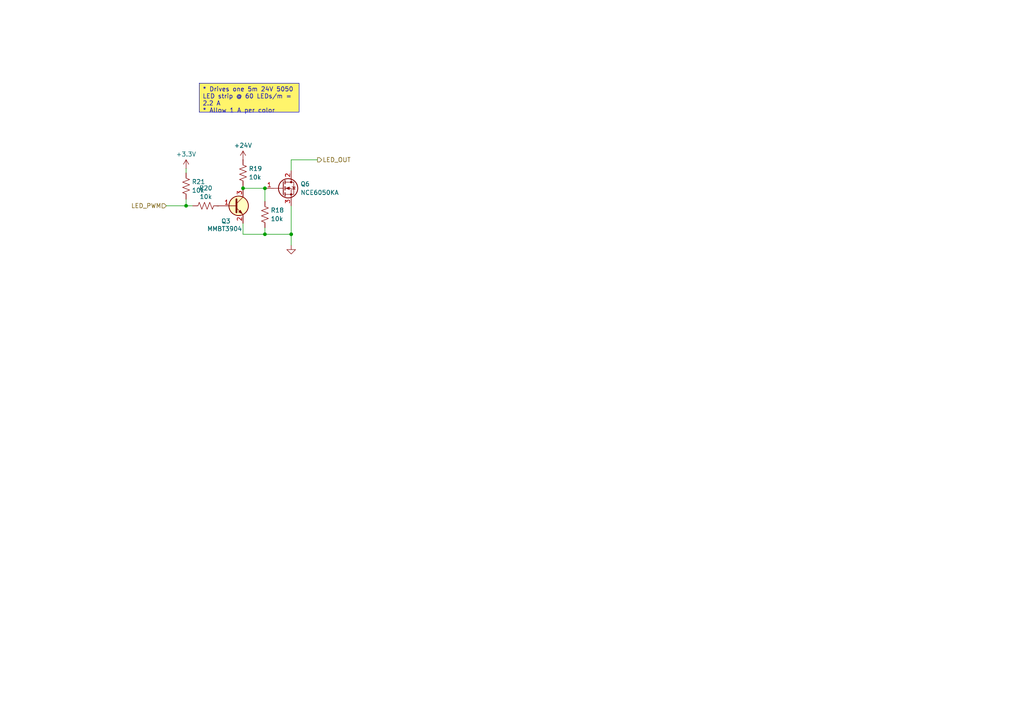
<source format=kicad_sch>
(kicad_sch (version 20231120) (generator "eeschema") (generator_version "8.0")
  (paper "A4")
  (lib_symbols
    (symbol "Device:R_US" (pin_numbers hide) (pin_names (offset 0))
      (property "Reference" "R" (at 2.54 0 90))
      (property "Value" "R_US" (at -2.54 0 90))
      (symbol "R_US_0_1"
        (polyline (pts (xy 0 -2.286) (xy 0 -2.54)))
        (polyline (pts (xy 0 2.286) (xy 0 2.54)))
        (polyline (pts (xy 0 -0.762) (xy 1.016 -1.143) (xy 0 -1.524) (xy -1.016 -1.905) (xy 0 -2.286)))
        (polyline (pts (xy 0 0.762) (xy 1.016 0.381) (xy 0 0) (xy -1.016 -0.381) (xy 0 -0.762)))
        (polyline (pts (xy 0 2.286) (xy 1.016 1.905) (xy 0 1.524) (xy -1.016 1.143) (xy 0 0.762)))
      )
      (symbol "R_US_1_1"
        (pin passive line (at 0 3.81 270) (length 1.27) (name "~") (number "1"))
        (pin passive line (at 0 -3.81 90) (length 1.27) (name "~") (number "2"))
      )
    )
    (symbol "Transistor_BJT_AKL:Q_NPN_Generic_BEC" (pin_names hide)
      (property "Reference" "Q" (at 5.08 1.27 0))
      (property "Value" "Q_NPN_Generic_BEC" (at 5.08 -1.27 0))
      (symbol "Q_NPN_Generic_BEC_0_1"
        (polyline (pts (xy 0.635 0.635) (xy 2.54 2.54)))
        (polyline (pts (xy 0.635 -0.635) (xy 2.54 -2.54) (xy 2.54 -2.54)))
        (polyline (pts (xy 0.635 1.905) (xy 0.635 -1.905) (xy 0.635 -1.905)) (stroke (width 0.508)))
        (polyline (pts (xy 1.27 -1.778) (xy 1.778 -1.27) (xy 2.286 -2.286) (xy 1.27 -1.778) (xy 1.27 -1.778)) (fill (type outline)))
        (circle (center 1.27 0) (radius 2.8194) (stroke (width 0.254)) (fill (type background)))
      )
      (symbol "Q_NPN_Generic_BEC_1_1"
        (pin input line (at -5.08 0 0) (length 5.715) (name "B") (number "1"))
        (pin passive line (at 2.54 -5.08 90) (length 2.54) (name "E") (number "2"))
        (pin passive line (at 2.54 5.08 270) (length 2.54) (name "C") (number "3"))
      )
    )
    (symbol "Transistor_FET:BSP89" (pin_names hide)
      (property "Reference" "Q" (at 5.08 1.905 0))
      (property "Value" "BSP89" (at 5.08 0 0))
      (symbol "BSP89_0_1"
        (polyline (pts (xy 0.254 0) (xy -2.54 0)))
        (polyline (pts (xy 0.254 1.905) (xy 0.254 -1.905)) (stroke (width 0.254)))
        (polyline (pts (xy 0.762 -1.27) (xy 0.762 -2.286)) (stroke (width 0.254)))
        (polyline (pts (xy 0.762 0.508) (xy 0.762 -0.508)) (stroke (width 0.254)))
        (polyline (pts (xy 0.762 2.286) (xy 0.762 1.27)) (stroke (width 0.254)))
        (polyline (pts (xy 2.54 2.54) (xy 2.54 1.778)))
        (polyline (pts (xy 2.54 -2.54) (xy 2.54 0) (xy 0.762 0)))
        (polyline (pts (xy 0.762 -1.778) (xy 3.302 -1.778) (xy 3.302 1.778) (xy 0.762 1.778)))
        (polyline (pts (xy 1.016 0) (xy 2.032 0.381) (xy 2.032 -0.381) (xy 1.016 0)) (fill (type outline)))
        (polyline (pts (xy 2.794 0.508) (xy 2.921 0.381) (xy 3.683 0.381) (xy 3.81 0.254)))
        (polyline (pts (xy 3.302 0.381) (xy 2.921 -0.254) (xy 3.683 -0.254) (xy 3.302 0.381)))
        (circle (center 1.651 0) (radius 2.794) (stroke (width 0.254)))
        (circle (center 2.54 -1.778) (radius 0.254) (fill (type outline)))
        (circle (center 2.54 1.778) (radius 0.254) (fill (type outline)))
      )
      (symbol "BSP89_1_1"
        (pin input line (at -5.08 0 0) (length 2.54) (name "G") (number "1"))
        (pin passive line (at 2.54 5.08 270) (length 2.54) (name "D") (number "2"))
        (pin passive line (at 2.54 -5.08 90) (length 2.54) (name "S") (number "3"))
      )
    )
    (symbol "power:+24V" (power) (pin_numbers hide) (pin_names (offset 0) hide)
      (property "Value" "+24V" (at 0 3.556 0))
      (symbol "+24V_0_1"
        (polyline (pts (xy -0.762 1.27) (xy 0 2.54)))
        (polyline (pts (xy 0 0) (xy 0 2.54)))
        (polyline (pts (xy 0 2.54) (xy 0.762 1.27)))
      )
      (symbol "+24V_1_1"
        (pin power_in line (at 0 0 90) (length 0) (name "~") (number "1"))
      )
    )
    (symbol "power:+3.3V" (power) (pin_numbers hide) (pin_names (offset 0) hide)
      (property "Value" "+3.3V" (at 0 3.556 0))
      (symbol "+3.3V_0_1"
        (polyline (pts (xy -0.762 1.27) (xy 0 2.54)))
        (polyline (pts (xy 0 0) (xy 0 2.54)))
        (polyline (pts (xy 0 2.54) (xy 0.762 1.27)))
      )
      (symbol "+3.3V_1_1"
        (pin power_in line (at 0 0 90) (length 0) (name "~") (number "1"))
      )
    )
    (symbol "power:GND" (power) (pin_numbers hide) (pin_names (offset 0) hide)
      (property "Value" "GND" (at 0 -3.81 0))
      (symbol "GND_0_1"
        (polyline (pts (xy 0 0) (xy 0 -1.27) (xy 1.27 -1.27) (xy 0 -2.54) (xy -1.27 -1.27) (xy 0 -1.27)))
      )
      (symbol "GND_1_1"
        (pin power_in line (at 0 0 270) (length 0) (name "~") (number "1"))
      )
    )
  )
  (junction (at 70.485 54.61))
  (junction (at 76.835 54.61))
  (junction (at 76.835 67.945))
  (junction (at 84.455 67.945))
  (junction (at 53.975 59.69))
  (wire (pts (xy 70.485 54.61) (xy 76.835 54.61)))
  (wire (pts (xy 76.835 66.04) (xy 76.835 67.945)))
  (wire (pts (xy 92.075 46.355) (xy 84.455 46.355)))
  (wire (pts (xy 84.455 59.69) (xy 84.455 67.945)))
  (wire (pts (xy 70.485 67.945) (xy 76.835 67.945)))
  (wire (pts (xy 53.975 48.895) (xy 53.975 50.165)))
  (wire (pts (xy 48.26 59.69) (xy 53.975 59.69)))
  (wire (pts (xy 76.835 67.945) (xy 84.455 67.945)))
  (wire (pts (xy 70.485 53.975) (xy 70.485 54.61)))
  (wire (pts (xy 84.455 46.355) (xy 84.455 49.53)))
  (wire (pts (xy 53.975 57.785) (xy 53.975 59.69)))
  (wire (pts (xy 84.455 67.945) (xy 84.455 71.12)))
  (wire (pts (xy 70.485 64.77) (xy 70.485 67.945)))
  (wire (pts (xy 53.975 59.69) (xy 55.88 59.69)))
  (wire (pts (xy 76.835 54.61) (xy 76.835 58.42)))
  (wire (pts (xy 63.5 59.69) (xy 62.865 59.69)))
  (text_box "* Drives one 5m 24V 5050 LED strip @ 60 LEDs/m = 2.2 A\n* Allow 1 A per color\n" (at 57.785 24.13 0) (size 28.956 8.382) (fill (type color) (color 255 244 107 1)) (effects (font (size 1.27 1.27)) (justify left top)))
  (hierarchical_label "LED_PWM" (shape input) (at 48.26 59.69 180))
  (hierarchical_label "LED_OUT" (shape output) (at 92.075 46.355 0))
  (symbol (lib_id "power:+3.3V") (at 53.975 48.895 0) (unit 1)
    (property "Reference" "#PWR019" (effects (hide yes)))
    (property "Value" "+3.3V" (at 53.975 44.7314 0))
    (property "Description" "Power symbol creates a global label with name \"+3.3V\"" (effects (hide yes)))
    (instances (project "aunisoma-panel-controller" (path "" (reference "#PWR019") (unit 1)) (path "" (reference "#PWR015") (unit 1)) (path "" (reference "#PWR030") (unit 1))))
  )
  (symbol (lib_id "power:GND") (at 84.455 71.12 0) (unit 1)
    (property "Reference" "#PWR027" (effects (hide yes)))
    (property "Value" "GND" (effects (hide yes)))
    (property "Description" "Power symbol creates a global label with name \"GND\" , ground" (effects (hide yes)))
    (instances (project "aunisoma-panel-controller" (path "" (reference "#PWR027") (unit 1)) (path "" (reference "#PWR029") (unit 1)) (path "" (reference "#PWR036") (unit 1))))
  )
  (symbol (lib_id "Device:R_US") (at 76.835 62.23 180) (unit 1)
    (property "Reference" "R18" (at 78.486 60.9873 0) (effects (justify right)))
    (property "Value" "10k" (at 78.486 63.4726 0) (effects (justify right)))
    (property "Footprint" "Resistor_SMD:R_0603_1608Metric" (effects (hide yes)))
    (property "Description" "Resistor, US symbol" (effects (hide yes)))
    (property "LCSC" "C25803" (effects (hide yes)))
    (instances (project "aunisoma-panel-controller" (path "" (reference "R18") (unit 1)) (path "" (reference "R14") (unit 1)) (path "" (reference "R10") (unit 1))))
  )
  (symbol (lib_id "Transistor_FET:BSP89") (at 81.915 54.61 0) (unit 1)
    (property "Reference" "Q6" (at 87.122 53.3673 0) (effects (justify left)))
    (property "Value" "NCE6050KA" (at 87.122 55.8526 0) (effects (justify left)))
    (property "Footprint" "Package_TO_SOT_SMD:TO-252-2" (effects (hide yes)))
    (property "Datasheet" "https://wmsc.lcsc.com/wmsc/upload/file/pdf/v2/lcsc/2010121004_STMicroelectronics-STB15810_C620154.pdf" (effects (hide yes)))
    (property "Description" "0.35A Id, 240V Vds, N-Channel Enhancement Mode MOSFET, SOT-223" (effects (hide yes)))
    (property "JCSC Part #" "C620154" (effects (hide yes)))
    (property "LCSC" "C620154" (effects (hide yes)))
    (instances (project "aunisoma-panel-controller" (path "" (reference "Q6") (unit 1)) (path "" (reference "Q5") (unit 1)) (path "" (reference "Q4") (unit 1))))
  )
  (symbol (lib_id "power:+24V") (at 70.485 46.355 0) (unit 1)
    (property "Reference" "#PWR026" (effects (hide yes)))
    (property "Value" "+24V" (at 70.485 42.1914 0))
    (property "Description" "Power symbol creates a global label with name \"+24V\"" (effects (hide yes)))
    (instances (project "aunisoma-panel-controller" (path "" (reference "#PWR026") (unit 1)) (path "" (reference "#PWR028") (unit 1)) (path "" (reference "#PWR031") (unit 1))))
  )
  (symbol (lib_id "Device:R_US") (at 53.975 53.975 180) (unit 1)
    (property "Reference" "R21" (at 55.626 52.7323 0) (effects (justify right)))
    (property "Value" "10k" (at 55.626 55.2176 0) (effects (justify right)))
    (property "Footprint" "Resistor_SMD:R_0603_1608Metric" (effects (hide yes)))
    (property "Description" "Resistor, US symbol" (effects (hide yes)))
    (property "LCSC" "C25803" (effects (hide yes)))
    (instances (project "aunisoma-panel-controller" (path "" (reference "R21") (unit 1)) (path "" (reference "R17") (unit 1)) (path "" (reference "R13") (unit 1))))
  )
  (symbol (lib_id "Transistor_BJT_AKL:Q_NPN_Generic_BEC") (at 67.945 59.69 0) (unit 1)
    (property "Reference" "Q3" (at 64.135 64.135 0) (effects (justify left)))
    (property "Value" "MMBT3904" (at 60.071 66.3663 0) (effects (justify left)))
    (property "Footprint" "Package_TO_SOT_SMD:SOT-23" (effects (hide yes)))
    (property "Description" "NPN transistor, generic symbol, Alternate KiCAD Library" (effects (hide yes)))
    (property "LCSC" "C20526" (effects (hide yes)))
    (instances (project "aunisoma-panel-controller" (path "" (reference "Q3") (unit 1)) (path "" (reference "Q2") (unit 1)) (path "" (reference "Q1") (unit 1))))
  )
  (symbol (lib_id "Device:R_US") (at 59.69 59.69 270) (unit 1)
    (property "Reference" "R20" (at 59.69 54.565 90))
    (property "Value" "10k" (at 59.69 57.0503 90))
    (property "Footprint" "Resistor_SMD:R_0603_1608Metric" (effects (hide yes)))
    (property "Description" "Resistor, US symbol" (effects (hide yes)))
    (property "LCSC" "C25803" (effects (hide yes)))
    (instances (project "aunisoma-panel-controller" (path "" (reference "R20") (unit 1)) (path "" (reference "R16") (unit 1)) (path "" (reference "R12") (unit 1))))
  )
  (symbol (lib_id "Device:R_US") (at 70.485 50.165 180) (unit 1)
    (property "Reference" "R19" (at 72.136 48.9223 0) (effects (justify right)))
    (property "Value" "10k" (at 72.136 51.4076 0) (effects (justify right)))
    (property "Footprint" "Resistor_SMD:R_0603_1608Metric" (effects (hide yes)))
    (property "Description" "Resistor, US symbol" (effects (hide yes)))
    (property "LCSC" "C25803" (effects (hide yes)))
    (instances (project "aunisoma-panel-controller" (path "" (reference "R19") (unit 1)) (path "" (reference "R15") (unit 1)) (path "" (reference "R11") (unit 1))))
  )
)
</source>
